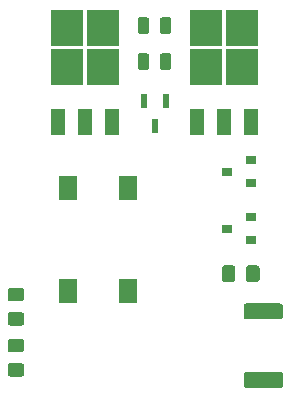
<source format=gbr>
G04 #@! TF.GenerationSoftware,KiCad,Pcbnew,5.1.5+dfsg1-2build2*
G04 #@! TF.CreationDate,2020-10-04T20:54:39+02:00*
G04 #@! TF.ProjectId,transistor_board,7472616e-7369-4737-946f-725f626f6172,rev?*
G04 #@! TF.SameCoordinates,Original*
G04 #@! TF.FileFunction,Paste,Bot*
G04 #@! TF.FilePolarity,Positive*
%FSLAX46Y46*%
G04 Gerber Fmt 4.6, Leading zero omitted, Abs format (unit mm)*
G04 Created by KiCad (PCBNEW 5.1.5+dfsg1-2build2) date 2020-10-04 20:54:39*
%MOMM*%
%LPD*%
G04 APERTURE LIST*
%ADD10C,0.100000*%
%ADD11R,0.900000X0.800000*%
%ADD12R,0.600000X1.300000*%
%ADD13R,1.500000X2.000000*%
%ADD14R,2.750000X3.050000*%
%ADD15R,1.200000X2.200000*%
G04 APERTURE END LIST*
D10*
G36*
X136704505Y-122918204D02*
G01*
X136728773Y-122921804D01*
X136752572Y-122927765D01*
X136775671Y-122936030D01*
X136797850Y-122946520D01*
X136818893Y-122959132D01*
X136838599Y-122973747D01*
X136856777Y-122990223D01*
X136873253Y-123008401D01*
X136887868Y-123028107D01*
X136900480Y-123049150D01*
X136910970Y-123071329D01*
X136919235Y-123094428D01*
X136925196Y-123118227D01*
X136928796Y-123142495D01*
X136930000Y-123166999D01*
X136930000Y-124017001D01*
X136928796Y-124041505D01*
X136925196Y-124065773D01*
X136919235Y-124089572D01*
X136910970Y-124112671D01*
X136900480Y-124134850D01*
X136887868Y-124155893D01*
X136873253Y-124175599D01*
X136856777Y-124193777D01*
X136838599Y-124210253D01*
X136818893Y-124224868D01*
X136797850Y-124237480D01*
X136775671Y-124247970D01*
X136752572Y-124256235D01*
X136728773Y-124262196D01*
X136704505Y-124265796D01*
X136680001Y-124267000D01*
X133829999Y-124267000D01*
X133805495Y-124265796D01*
X133781227Y-124262196D01*
X133757428Y-124256235D01*
X133734329Y-124247970D01*
X133712150Y-124237480D01*
X133691107Y-124224868D01*
X133671401Y-124210253D01*
X133653223Y-124193777D01*
X133636747Y-124175599D01*
X133622132Y-124155893D01*
X133609520Y-124134850D01*
X133599030Y-124112671D01*
X133590765Y-124089572D01*
X133584804Y-124065773D01*
X133581204Y-124041505D01*
X133580000Y-124017001D01*
X133580000Y-123166999D01*
X133581204Y-123142495D01*
X133584804Y-123118227D01*
X133590765Y-123094428D01*
X133599030Y-123071329D01*
X133609520Y-123049150D01*
X133622132Y-123028107D01*
X133636747Y-123008401D01*
X133653223Y-122990223D01*
X133671401Y-122973747D01*
X133691107Y-122959132D01*
X133712150Y-122946520D01*
X133734329Y-122936030D01*
X133757428Y-122927765D01*
X133781227Y-122921804D01*
X133805495Y-122918204D01*
X133829999Y-122917000D01*
X136680001Y-122917000D01*
X136704505Y-122918204D01*
G37*
G36*
X136704505Y-128718204D02*
G01*
X136728773Y-128721804D01*
X136752572Y-128727765D01*
X136775671Y-128736030D01*
X136797850Y-128746520D01*
X136818893Y-128759132D01*
X136838599Y-128773747D01*
X136856777Y-128790223D01*
X136873253Y-128808401D01*
X136887868Y-128828107D01*
X136900480Y-128849150D01*
X136910970Y-128871329D01*
X136919235Y-128894428D01*
X136925196Y-128918227D01*
X136928796Y-128942495D01*
X136930000Y-128966999D01*
X136930000Y-129817001D01*
X136928796Y-129841505D01*
X136925196Y-129865773D01*
X136919235Y-129889572D01*
X136910970Y-129912671D01*
X136900480Y-129934850D01*
X136887868Y-129955893D01*
X136873253Y-129975599D01*
X136856777Y-129993777D01*
X136838599Y-130010253D01*
X136818893Y-130024868D01*
X136797850Y-130037480D01*
X136775671Y-130047970D01*
X136752572Y-130056235D01*
X136728773Y-130062196D01*
X136704505Y-130065796D01*
X136680001Y-130067000D01*
X133829999Y-130067000D01*
X133805495Y-130065796D01*
X133781227Y-130062196D01*
X133757428Y-130056235D01*
X133734329Y-130047970D01*
X133712150Y-130037480D01*
X133691107Y-130024868D01*
X133671401Y-130010253D01*
X133653223Y-129993777D01*
X133636747Y-129975599D01*
X133622132Y-129955893D01*
X133609520Y-129934850D01*
X133599030Y-129912671D01*
X133590765Y-129889572D01*
X133584804Y-129865773D01*
X133581204Y-129841505D01*
X133580000Y-129817001D01*
X133580000Y-128966999D01*
X133581204Y-128942495D01*
X133584804Y-128918227D01*
X133590765Y-128894428D01*
X133599030Y-128871329D01*
X133609520Y-128849150D01*
X133622132Y-128828107D01*
X133636747Y-128808401D01*
X133653223Y-128790223D01*
X133671401Y-128773747D01*
X133691107Y-128759132D01*
X133712150Y-128746520D01*
X133734329Y-128736030D01*
X133757428Y-128727765D01*
X133781227Y-128721804D01*
X133805495Y-128718204D01*
X133829999Y-128717000D01*
X136680001Y-128717000D01*
X136704505Y-128718204D01*
G37*
D11*
X132223000Y-111760000D03*
X134223000Y-112710000D03*
X134223000Y-110810000D03*
X132223000Y-116586000D03*
X134223000Y-117536000D03*
X134223000Y-115636000D03*
D12*
X125150000Y-105750000D03*
X127050000Y-105750000D03*
X126100000Y-107850000D03*
D13*
X118735000Y-121845000D03*
X123835000Y-121845000D03*
X123835000Y-113105000D03*
X118735000Y-113105000D03*
D10*
G36*
X134724505Y-119697204D02*
G01*
X134748773Y-119700804D01*
X134772572Y-119706765D01*
X134795671Y-119715030D01*
X134817850Y-119725520D01*
X134838893Y-119738132D01*
X134858599Y-119752747D01*
X134876777Y-119769223D01*
X134893253Y-119787401D01*
X134907868Y-119807107D01*
X134920480Y-119828150D01*
X134930970Y-119850329D01*
X134939235Y-119873428D01*
X134945196Y-119897227D01*
X134948796Y-119921495D01*
X134950000Y-119945999D01*
X134950000Y-120846001D01*
X134948796Y-120870505D01*
X134945196Y-120894773D01*
X134939235Y-120918572D01*
X134930970Y-120941671D01*
X134920480Y-120963850D01*
X134907868Y-120984893D01*
X134893253Y-121004599D01*
X134876777Y-121022777D01*
X134858599Y-121039253D01*
X134838893Y-121053868D01*
X134817850Y-121066480D01*
X134795671Y-121076970D01*
X134772572Y-121085235D01*
X134748773Y-121091196D01*
X134724505Y-121094796D01*
X134700001Y-121096000D01*
X134049999Y-121096000D01*
X134025495Y-121094796D01*
X134001227Y-121091196D01*
X133977428Y-121085235D01*
X133954329Y-121076970D01*
X133932150Y-121066480D01*
X133911107Y-121053868D01*
X133891401Y-121039253D01*
X133873223Y-121022777D01*
X133856747Y-121004599D01*
X133842132Y-120984893D01*
X133829520Y-120963850D01*
X133819030Y-120941671D01*
X133810765Y-120918572D01*
X133804804Y-120894773D01*
X133801204Y-120870505D01*
X133800000Y-120846001D01*
X133800000Y-119945999D01*
X133801204Y-119921495D01*
X133804804Y-119897227D01*
X133810765Y-119873428D01*
X133819030Y-119850329D01*
X133829520Y-119828150D01*
X133842132Y-119807107D01*
X133856747Y-119787401D01*
X133873223Y-119769223D01*
X133891401Y-119752747D01*
X133911107Y-119738132D01*
X133932150Y-119725520D01*
X133954329Y-119715030D01*
X133977428Y-119706765D01*
X134001227Y-119700804D01*
X134025495Y-119697204D01*
X134049999Y-119696000D01*
X134700001Y-119696000D01*
X134724505Y-119697204D01*
G37*
G36*
X132674505Y-119697204D02*
G01*
X132698773Y-119700804D01*
X132722572Y-119706765D01*
X132745671Y-119715030D01*
X132767850Y-119725520D01*
X132788893Y-119738132D01*
X132808599Y-119752747D01*
X132826777Y-119769223D01*
X132843253Y-119787401D01*
X132857868Y-119807107D01*
X132870480Y-119828150D01*
X132880970Y-119850329D01*
X132889235Y-119873428D01*
X132895196Y-119897227D01*
X132898796Y-119921495D01*
X132900000Y-119945999D01*
X132900000Y-120846001D01*
X132898796Y-120870505D01*
X132895196Y-120894773D01*
X132889235Y-120918572D01*
X132880970Y-120941671D01*
X132870480Y-120963850D01*
X132857868Y-120984893D01*
X132843253Y-121004599D01*
X132826777Y-121022777D01*
X132808599Y-121039253D01*
X132788893Y-121053868D01*
X132767850Y-121066480D01*
X132745671Y-121076970D01*
X132722572Y-121085235D01*
X132698773Y-121091196D01*
X132674505Y-121094796D01*
X132650001Y-121096000D01*
X131999999Y-121096000D01*
X131975495Y-121094796D01*
X131951227Y-121091196D01*
X131927428Y-121085235D01*
X131904329Y-121076970D01*
X131882150Y-121066480D01*
X131861107Y-121053868D01*
X131841401Y-121039253D01*
X131823223Y-121022777D01*
X131806747Y-121004599D01*
X131792132Y-120984893D01*
X131779520Y-120963850D01*
X131769030Y-120941671D01*
X131760765Y-120918572D01*
X131754804Y-120894773D01*
X131751204Y-120870505D01*
X131750000Y-120846001D01*
X131750000Y-119945999D01*
X131751204Y-119921495D01*
X131754804Y-119897227D01*
X131760765Y-119873428D01*
X131769030Y-119850329D01*
X131779520Y-119828150D01*
X131792132Y-119807107D01*
X131806747Y-119787401D01*
X131823223Y-119769223D01*
X131841401Y-119752747D01*
X131861107Y-119738132D01*
X131882150Y-119725520D01*
X131904329Y-119715030D01*
X131927428Y-119706765D01*
X131951227Y-119700804D01*
X131975495Y-119697204D01*
X131999999Y-119696000D01*
X132650001Y-119696000D01*
X132674505Y-119697204D01*
G37*
G36*
X114774505Y-123641204D02*
G01*
X114798773Y-123644804D01*
X114822572Y-123650765D01*
X114845671Y-123659030D01*
X114867850Y-123669520D01*
X114888893Y-123682132D01*
X114908599Y-123696747D01*
X114926777Y-123713223D01*
X114943253Y-123731401D01*
X114957868Y-123751107D01*
X114970480Y-123772150D01*
X114980970Y-123794329D01*
X114989235Y-123817428D01*
X114995196Y-123841227D01*
X114998796Y-123865495D01*
X115000000Y-123889999D01*
X115000000Y-124540001D01*
X114998796Y-124564505D01*
X114995196Y-124588773D01*
X114989235Y-124612572D01*
X114980970Y-124635671D01*
X114970480Y-124657850D01*
X114957868Y-124678893D01*
X114943253Y-124698599D01*
X114926777Y-124716777D01*
X114908599Y-124733253D01*
X114888893Y-124747868D01*
X114867850Y-124760480D01*
X114845671Y-124770970D01*
X114822572Y-124779235D01*
X114798773Y-124785196D01*
X114774505Y-124788796D01*
X114750001Y-124790000D01*
X113849999Y-124790000D01*
X113825495Y-124788796D01*
X113801227Y-124785196D01*
X113777428Y-124779235D01*
X113754329Y-124770970D01*
X113732150Y-124760480D01*
X113711107Y-124747868D01*
X113691401Y-124733253D01*
X113673223Y-124716777D01*
X113656747Y-124698599D01*
X113642132Y-124678893D01*
X113629520Y-124657850D01*
X113619030Y-124635671D01*
X113610765Y-124612572D01*
X113604804Y-124588773D01*
X113601204Y-124564505D01*
X113600000Y-124540001D01*
X113600000Y-123889999D01*
X113601204Y-123865495D01*
X113604804Y-123841227D01*
X113610765Y-123817428D01*
X113619030Y-123794329D01*
X113629520Y-123772150D01*
X113642132Y-123751107D01*
X113656747Y-123731401D01*
X113673223Y-123713223D01*
X113691401Y-123696747D01*
X113711107Y-123682132D01*
X113732150Y-123669520D01*
X113754329Y-123659030D01*
X113777428Y-123650765D01*
X113801227Y-123644804D01*
X113825495Y-123641204D01*
X113849999Y-123640000D01*
X114750001Y-123640000D01*
X114774505Y-123641204D01*
G37*
G36*
X114774505Y-121591204D02*
G01*
X114798773Y-121594804D01*
X114822572Y-121600765D01*
X114845671Y-121609030D01*
X114867850Y-121619520D01*
X114888893Y-121632132D01*
X114908599Y-121646747D01*
X114926777Y-121663223D01*
X114943253Y-121681401D01*
X114957868Y-121701107D01*
X114970480Y-121722150D01*
X114980970Y-121744329D01*
X114989235Y-121767428D01*
X114995196Y-121791227D01*
X114998796Y-121815495D01*
X115000000Y-121839999D01*
X115000000Y-122490001D01*
X114998796Y-122514505D01*
X114995196Y-122538773D01*
X114989235Y-122562572D01*
X114980970Y-122585671D01*
X114970480Y-122607850D01*
X114957868Y-122628893D01*
X114943253Y-122648599D01*
X114926777Y-122666777D01*
X114908599Y-122683253D01*
X114888893Y-122697868D01*
X114867850Y-122710480D01*
X114845671Y-122720970D01*
X114822572Y-122729235D01*
X114798773Y-122735196D01*
X114774505Y-122738796D01*
X114750001Y-122740000D01*
X113849999Y-122740000D01*
X113825495Y-122738796D01*
X113801227Y-122735196D01*
X113777428Y-122729235D01*
X113754329Y-122720970D01*
X113732150Y-122710480D01*
X113711107Y-122697868D01*
X113691401Y-122683253D01*
X113673223Y-122666777D01*
X113656747Y-122648599D01*
X113642132Y-122628893D01*
X113629520Y-122607850D01*
X113619030Y-122585671D01*
X113610765Y-122562572D01*
X113604804Y-122538773D01*
X113601204Y-122514505D01*
X113600000Y-122490001D01*
X113600000Y-121839999D01*
X113601204Y-121815495D01*
X113604804Y-121791227D01*
X113610765Y-121767428D01*
X113619030Y-121744329D01*
X113629520Y-121722150D01*
X113642132Y-121701107D01*
X113656747Y-121681401D01*
X113673223Y-121663223D01*
X113691401Y-121646747D01*
X113711107Y-121632132D01*
X113732150Y-121619520D01*
X113754329Y-121609030D01*
X113777428Y-121600765D01*
X113801227Y-121594804D01*
X113825495Y-121591204D01*
X113849999Y-121590000D01*
X114750001Y-121590000D01*
X114774505Y-121591204D01*
G37*
G36*
X114774505Y-125909204D02*
G01*
X114798773Y-125912804D01*
X114822572Y-125918765D01*
X114845671Y-125927030D01*
X114867850Y-125937520D01*
X114888893Y-125950132D01*
X114908599Y-125964747D01*
X114926777Y-125981223D01*
X114943253Y-125999401D01*
X114957868Y-126019107D01*
X114970480Y-126040150D01*
X114980970Y-126062329D01*
X114989235Y-126085428D01*
X114995196Y-126109227D01*
X114998796Y-126133495D01*
X115000000Y-126157999D01*
X115000000Y-126808001D01*
X114998796Y-126832505D01*
X114995196Y-126856773D01*
X114989235Y-126880572D01*
X114980970Y-126903671D01*
X114970480Y-126925850D01*
X114957868Y-126946893D01*
X114943253Y-126966599D01*
X114926777Y-126984777D01*
X114908599Y-127001253D01*
X114888893Y-127015868D01*
X114867850Y-127028480D01*
X114845671Y-127038970D01*
X114822572Y-127047235D01*
X114798773Y-127053196D01*
X114774505Y-127056796D01*
X114750001Y-127058000D01*
X113849999Y-127058000D01*
X113825495Y-127056796D01*
X113801227Y-127053196D01*
X113777428Y-127047235D01*
X113754329Y-127038970D01*
X113732150Y-127028480D01*
X113711107Y-127015868D01*
X113691401Y-127001253D01*
X113673223Y-126984777D01*
X113656747Y-126966599D01*
X113642132Y-126946893D01*
X113629520Y-126925850D01*
X113619030Y-126903671D01*
X113610765Y-126880572D01*
X113604804Y-126856773D01*
X113601204Y-126832505D01*
X113600000Y-126808001D01*
X113600000Y-126157999D01*
X113601204Y-126133495D01*
X113604804Y-126109227D01*
X113610765Y-126085428D01*
X113619030Y-126062329D01*
X113629520Y-126040150D01*
X113642132Y-126019107D01*
X113656747Y-125999401D01*
X113673223Y-125981223D01*
X113691401Y-125964747D01*
X113711107Y-125950132D01*
X113732150Y-125937520D01*
X113754329Y-125927030D01*
X113777428Y-125918765D01*
X113801227Y-125912804D01*
X113825495Y-125909204D01*
X113849999Y-125908000D01*
X114750001Y-125908000D01*
X114774505Y-125909204D01*
G37*
G36*
X114774505Y-127959204D02*
G01*
X114798773Y-127962804D01*
X114822572Y-127968765D01*
X114845671Y-127977030D01*
X114867850Y-127987520D01*
X114888893Y-128000132D01*
X114908599Y-128014747D01*
X114926777Y-128031223D01*
X114943253Y-128049401D01*
X114957868Y-128069107D01*
X114970480Y-128090150D01*
X114980970Y-128112329D01*
X114989235Y-128135428D01*
X114995196Y-128159227D01*
X114998796Y-128183495D01*
X115000000Y-128207999D01*
X115000000Y-128858001D01*
X114998796Y-128882505D01*
X114995196Y-128906773D01*
X114989235Y-128930572D01*
X114980970Y-128953671D01*
X114970480Y-128975850D01*
X114957868Y-128996893D01*
X114943253Y-129016599D01*
X114926777Y-129034777D01*
X114908599Y-129051253D01*
X114888893Y-129065868D01*
X114867850Y-129078480D01*
X114845671Y-129088970D01*
X114822572Y-129097235D01*
X114798773Y-129103196D01*
X114774505Y-129106796D01*
X114750001Y-129108000D01*
X113849999Y-129108000D01*
X113825495Y-129106796D01*
X113801227Y-129103196D01*
X113777428Y-129097235D01*
X113754329Y-129088970D01*
X113732150Y-129078480D01*
X113711107Y-129065868D01*
X113691401Y-129051253D01*
X113673223Y-129034777D01*
X113656747Y-129016599D01*
X113642132Y-128996893D01*
X113629520Y-128975850D01*
X113619030Y-128953671D01*
X113610765Y-128930572D01*
X113604804Y-128906773D01*
X113601204Y-128882505D01*
X113600000Y-128858001D01*
X113600000Y-128207999D01*
X113601204Y-128183495D01*
X113604804Y-128159227D01*
X113610765Y-128135428D01*
X113619030Y-128112329D01*
X113629520Y-128090150D01*
X113642132Y-128069107D01*
X113656747Y-128049401D01*
X113673223Y-128031223D01*
X113691401Y-128014747D01*
X113711107Y-128000132D01*
X113732150Y-127987520D01*
X113754329Y-127977030D01*
X113777428Y-127968765D01*
X113801227Y-127962804D01*
X113825495Y-127959204D01*
X113849999Y-127958000D01*
X114750001Y-127958000D01*
X114774505Y-127959204D01*
G37*
G36*
X127252642Y-98678674D02*
G01*
X127276303Y-98682184D01*
X127299507Y-98687996D01*
X127322029Y-98696054D01*
X127343653Y-98706282D01*
X127364170Y-98718579D01*
X127383383Y-98732829D01*
X127401107Y-98748893D01*
X127417171Y-98766617D01*
X127431421Y-98785830D01*
X127443718Y-98806347D01*
X127453946Y-98827971D01*
X127462004Y-98850493D01*
X127467816Y-98873697D01*
X127471326Y-98897358D01*
X127472500Y-98921250D01*
X127472500Y-99833750D01*
X127471326Y-99857642D01*
X127467816Y-99881303D01*
X127462004Y-99904507D01*
X127453946Y-99927029D01*
X127443718Y-99948653D01*
X127431421Y-99969170D01*
X127417171Y-99988383D01*
X127401107Y-100006107D01*
X127383383Y-100022171D01*
X127364170Y-100036421D01*
X127343653Y-100048718D01*
X127322029Y-100058946D01*
X127299507Y-100067004D01*
X127276303Y-100072816D01*
X127252642Y-100076326D01*
X127228750Y-100077500D01*
X126741250Y-100077500D01*
X126717358Y-100076326D01*
X126693697Y-100072816D01*
X126670493Y-100067004D01*
X126647971Y-100058946D01*
X126626347Y-100048718D01*
X126605830Y-100036421D01*
X126586617Y-100022171D01*
X126568893Y-100006107D01*
X126552829Y-99988383D01*
X126538579Y-99969170D01*
X126526282Y-99948653D01*
X126516054Y-99927029D01*
X126507996Y-99904507D01*
X126502184Y-99881303D01*
X126498674Y-99857642D01*
X126497500Y-99833750D01*
X126497500Y-98921250D01*
X126498674Y-98897358D01*
X126502184Y-98873697D01*
X126507996Y-98850493D01*
X126516054Y-98827971D01*
X126526282Y-98806347D01*
X126538579Y-98785830D01*
X126552829Y-98766617D01*
X126568893Y-98748893D01*
X126586617Y-98732829D01*
X126605830Y-98718579D01*
X126626347Y-98706282D01*
X126647971Y-98696054D01*
X126670493Y-98687996D01*
X126693697Y-98682184D01*
X126717358Y-98678674D01*
X126741250Y-98677500D01*
X127228750Y-98677500D01*
X127252642Y-98678674D01*
G37*
G36*
X125377642Y-98678674D02*
G01*
X125401303Y-98682184D01*
X125424507Y-98687996D01*
X125447029Y-98696054D01*
X125468653Y-98706282D01*
X125489170Y-98718579D01*
X125508383Y-98732829D01*
X125526107Y-98748893D01*
X125542171Y-98766617D01*
X125556421Y-98785830D01*
X125568718Y-98806347D01*
X125578946Y-98827971D01*
X125587004Y-98850493D01*
X125592816Y-98873697D01*
X125596326Y-98897358D01*
X125597500Y-98921250D01*
X125597500Y-99833750D01*
X125596326Y-99857642D01*
X125592816Y-99881303D01*
X125587004Y-99904507D01*
X125578946Y-99927029D01*
X125568718Y-99948653D01*
X125556421Y-99969170D01*
X125542171Y-99988383D01*
X125526107Y-100006107D01*
X125508383Y-100022171D01*
X125489170Y-100036421D01*
X125468653Y-100048718D01*
X125447029Y-100058946D01*
X125424507Y-100067004D01*
X125401303Y-100072816D01*
X125377642Y-100076326D01*
X125353750Y-100077500D01*
X124866250Y-100077500D01*
X124842358Y-100076326D01*
X124818697Y-100072816D01*
X124795493Y-100067004D01*
X124772971Y-100058946D01*
X124751347Y-100048718D01*
X124730830Y-100036421D01*
X124711617Y-100022171D01*
X124693893Y-100006107D01*
X124677829Y-99988383D01*
X124663579Y-99969170D01*
X124651282Y-99948653D01*
X124641054Y-99927029D01*
X124632996Y-99904507D01*
X124627184Y-99881303D01*
X124623674Y-99857642D01*
X124622500Y-99833750D01*
X124622500Y-98921250D01*
X124623674Y-98897358D01*
X124627184Y-98873697D01*
X124632996Y-98850493D01*
X124641054Y-98827971D01*
X124651282Y-98806347D01*
X124663579Y-98785830D01*
X124677829Y-98766617D01*
X124693893Y-98748893D01*
X124711617Y-98732829D01*
X124730830Y-98718579D01*
X124751347Y-98706282D01*
X124772971Y-98696054D01*
X124795493Y-98687996D01*
X124818697Y-98682184D01*
X124842358Y-98678674D01*
X124866250Y-98677500D01*
X125353750Y-98677500D01*
X125377642Y-98678674D01*
G37*
G36*
X125377642Y-101726674D02*
G01*
X125401303Y-101730184D01*
X125424507Y-101735996D01*
X125447029Y-101744054D01*
X125468653Y-101754282D01*
X125489170Y-101766579D01*
X125508383Y-101780829D01*
X125526107Y-101796893D01*
X125542171Y-101814617D01*
X125556421Y-101833830D01*
X125568718Y-101854347D01*
X125578946Y-101875971D01*
X125587004Y-101898493D01*
X125592816Y-101921697D01*
X125596326Y-101945358D01*
X125597500Y-101969250D01*
X125597500Y-102881750D01*
X125596326Y-102905642D01*
X125592816Y-102929303D01*
X125587004Y-102952507D01*
X125578946Y-102975029D01*
X125568718Y-102996653D01*
X125556421Y-103017170D01*
X125542171Y-103036383D01*
X125526107Y-103054107D01*
X125508383Y-103070171D01*
X125489170Y-103084421D01*
X125468653Y-103096718D01*
X125447029Y-103106946D01*
X125424507Y-103115004D01*
X125401303Y-103120816D01*
X125377642Y-103124326D01*
X125353750Y-103125500D01*
X124866250Y-103125500D01*
X124842358Y-103124326D01*
X124818697Y-103120816D01*
X124795493Y-103115004D01*
X124772971Y-103106946D01*
X124751347Y-103096718D01*
X124730830Y-103084421D01*
X124711617Y-103070171D01*
X124693893Y-103054107D01*
X124677829Y-103036383D01*
X124663579Y-103017170D01*
X124651282Y-102996653D01*
X124641054Y-102975029D01*
X124632996Y-102952507D01*
X124627184Y-102929303D01*
X124623674Y-102905642D01*
X124622500Y-102881750D01*
X124622500Y-101969250D01*
X124623674Y-101945358D01*
X124627184Y-101921697D01*
X124632996Y-101898493D01*
X124641054Y-101875971D01*
X124651282Y-101854347D01*
X124663579Y-101833830D01*
X124677829Y-101814617D01*
X124693893Y-101796893D01*
X124711617Y-101780829D01*
X124730830Y-101766579D01*
X124751347Y-101754282D01*
X124772971Y-101744054D01*
X124795493Y-101735996D01*
X124818697Y-101730184D01*
X124842358Y-101726674D01*
X124866250Y-101725500D01*
X125353750Y-101725500D01*
X125377642Y-101726674D01*
G37*
G36*
X127252642Y-101726674D02*
G01*
X127276303Y-101730184D01*
X127299507Y-101735996D01*
X127322029Y-101744054D01*
X127343653Y-101754282D01*
X127364170Y-101766579D01*
X127383383Y-101780829D01*
X127401107Y-101796893D01*
X127417171Y-101814617D01*
X127431421Y-101833830D01*
X127443718Y-101854347D01*
X127453946Y-101875971D01*
X127462004Y-101898493D01*
X127467816Y-101921697D01*
X127471326Y-101945358D01*
X127472500Y-101969250D01*
X127472500Y-102881750D01*
X127471326Y-102905642D01*
X127467816Y-102929303D01*
X127462004Y-102952507D01*
X127453946Y-102975029D01*
X127443718Y-102996653D01*
X127431421Y-103017170D01*
X127417171Y-103036383D01*
X127401107Y-103054107D01*
X127383383Y-103070171D01*
X127364170Y-103084421D01*
X127343653Y-103096718D01*
X127322029Y-103106946D01*
X127299507Y-103115004D01*
X127276303Y-103120816D01*
X127252642Y-103124326D01*
X127228750Y-103125500D01*
X126741250Y-103125500D01*
X126717358Y-103124326D01*
X126693697Y-103120816D01*
X126670493Y-103115004D01*
X126647971Y-103106946D01*
X126626347Y-103096718D01*
X126605830Y-103084421D01*
X126586617Y-103070171D01*
X126568893Y-103054107D01*
X126552829Y-103036383D01*
X126538579Y-103017170D01*
X126526282Y-102996653D01*
X126516054Y-102975029D01*
X126507996Y-102952507D01*
X126502184Y-102929303D01*
X126498674Y-102905642D01*
X126497500Y-102881750D01*
X126497500Y-101969250D01*
X126498674Y-101945358D01*
X126502184Y-101921697D01*
X126507996Y-101898493D01*
X126516054Y-101875971D01*
X126526282Y-101854347D01*
X126538579Y-101833830D01*
X126552829Y-101814617D01*
X126568893Y-101796893D01*
X126586617Y-101780829D01*
X126605830Y-101766579D01*
X126626347Y-101754282D01*
X126647971Y-101744054D01*
X126670493Y-101735996D01*
X126693697Y-101730184D01*
X126717358Y-101726674D01*
X126741250Y-101725500D01*
X127228750Y-101725500D01*
X127252642Y-101726674D01*
G37*
D14*
X130429000Y-102918000D03*
X133479000Y-99568000D03*
X133479000Y-102918000D03*
X130429000Y-99568000D03*
D15*
X129674000Y-107543000D03*
X131954000Y-107543000D03*
X134234000Y-107543000D03*
D14*
X118617000Y-102918000D03*
X121667000Y-99568000D03*
X121667000Y-102918000D03*
X118617000Y-99568000D03*
D15*
X117862000Y-107543000D03*
X120142000Y-107543000D03*
X122422000Y-107543000D03*
M02*

</source>
